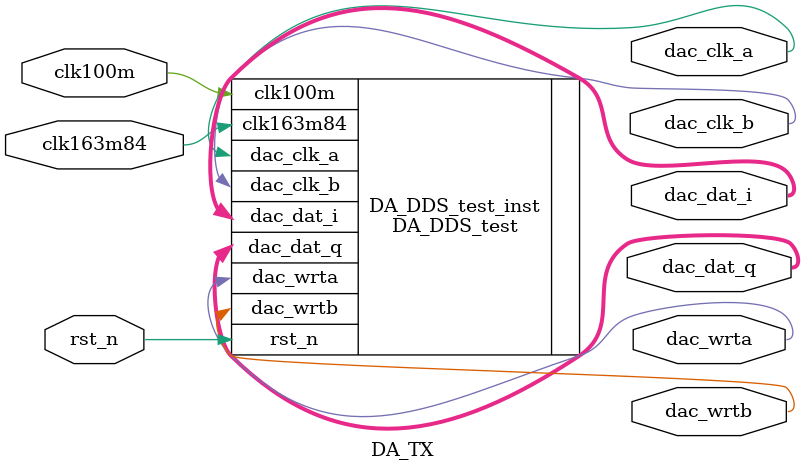
<source format=v>
`timescale 1ns / 1ps


module DA_TX(
    //mod out  for tx
    input           clk163m84,
    input           clk100m,
    input           rst_n,

    output          dac_clk_a ,
    output          dac_clk_b ,
    output [11:0]   dac_dat_i ,
    output [11:0]   dac_dat_q ,
    output          dac_wrta  ,
    output          dac_wrtb  
    );
DA_DDS_test DA_DDS_test_inst(
            .clk163m84          (clk163m84),
            .clk100m            (clk100m  ),
            .rst_n              (rst_n    ),
            
            .dac_clk_a          (dac_clk_a),
            .dac_clk_b          (dac_clk_b),
            .dac_dat_i          (dac_dat_i),
            .dac_dat_q          (dac_dat_q),
            .dac_wrta           (dac_wrta ),
            .dac_wrtb           (dac_wrtb )
        ); 
    
endmodule

</source>
